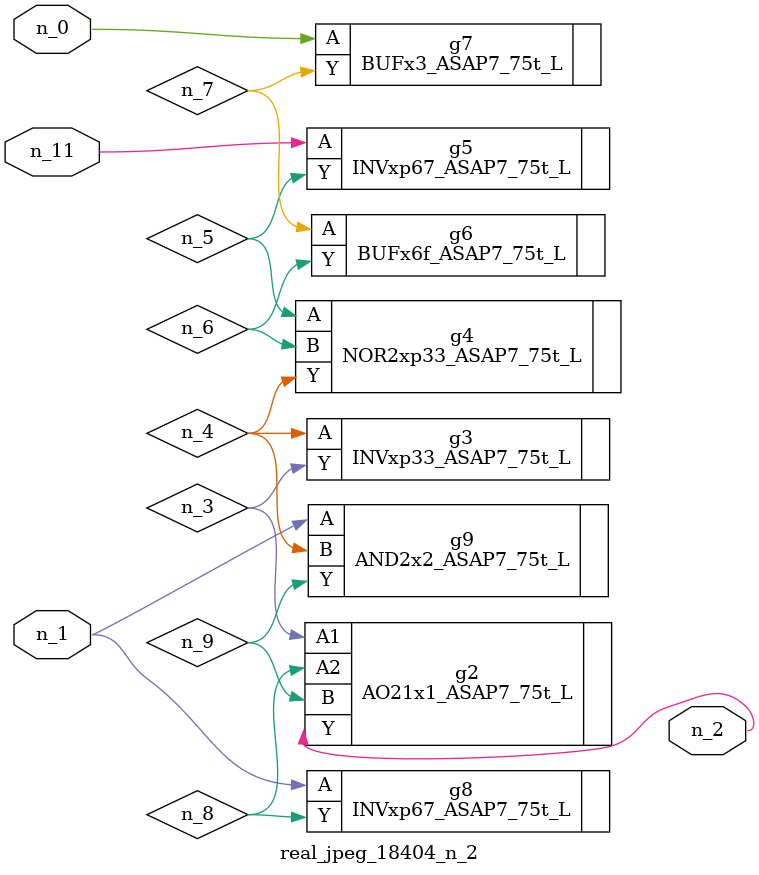
<source format=v>
module real_jpeg_18404_n_2 (n_1, n_11, n_0, n_2);

input n_1;
input n_11;
input n_0;

output n_2;

wire n_5;
wire n_8;
wire n_4;
wire n_6;
wire n_7;
wire n_3;
wire n_9;

BUFx3_ASAP7_75t_L g7 ( 
.A(n_0),
.Y(n_7)
);

INVxp67_ASAP7_75t_L g8 ( 
.A(n_1),
.Y(n_8)
);

AND2x2_ASAP7_75t_L g9 ( 
.A(n_1),
.B(n_4),
.Y(n_9)
);

AO21x1_ASAP7_75t_L g2 ( 
.A1(n_3),
.A2(n_8),
.B(n_9),
.Y(n_2)
);

INVxp33_ASAP7_75t_L g3 ( 
.A(n_4),
.Y(n_3)
);

NOR2xp33_ASAP7_75t_L g4 ( 
.A(n_5),
.B(n_6),
.Y(n_4)
);

BUFx6f_ASAP7_75t_L g6 ( 
.A(n_7),
.Y(n_6)
);

INVxp67_ASAP7_75t_L g5 ( 
.A(n_11),
.Y(n_5)
);


endmodule
</source>
